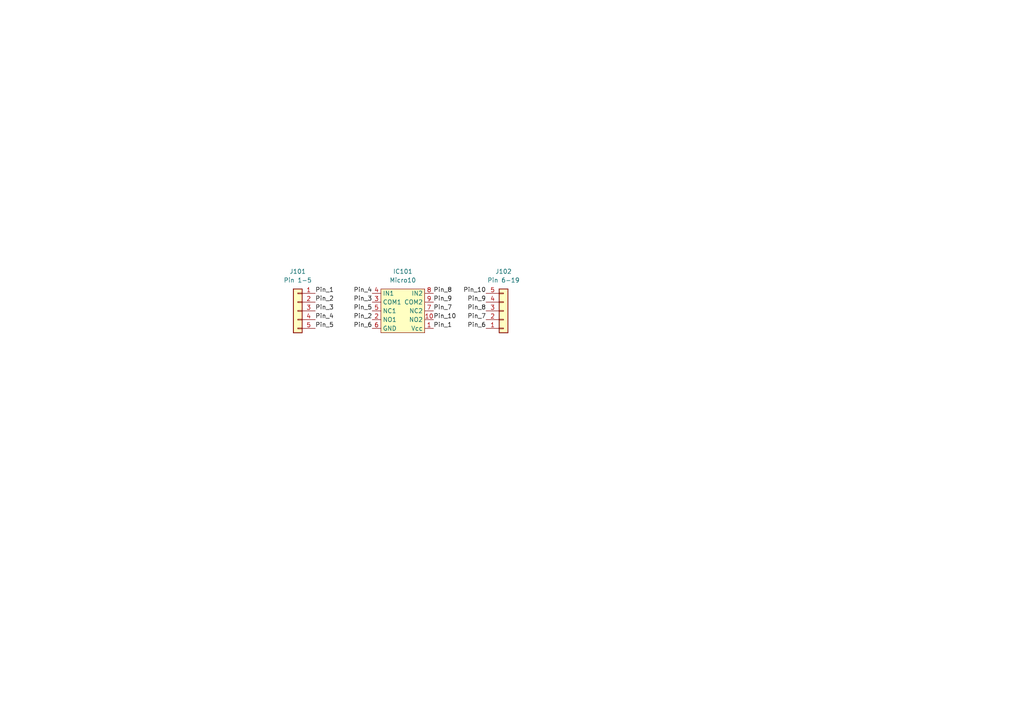
<source format=kicad_sch>
(kicad_sch (version 20211123) (generator eeschema)
  (paper "A4")
  (lib_symbols
    (symbol "Connector_Generic:Conn_01x05" (pin_names (offset 1.016) hide)
      (property "Reference" "J" (at 0 7.62 0))
      (property "Value" "Conn_01x05" (at 0 -7.62 0))
      (symbol "Conn_01x05_1_1"
        (rectangle (start -1.27 -4.953) (end 0 -5.207) (stroke (width 0.1524)))
        (rectangle (start -1.27 -2.413) (end 0 -2.667) (stroke (width 0.1524)))
        (rectangle (start -1.27 0.127) (end 0 -0.127) (stroke (width 0.1524)))
        (rectangle (start -1.27 2.667) (end 0 2.413) (stroke (width 0.1524)))
        (rectangle (start -1.27 5.207) (end 0 4.953) (stroke (width 0.1524)))
        (rectangle (start -1.27 6.35) (end 1.27 -6.35) (stroke (width 0.254)) (fill (type background)))
        (pin passive line (at -5.08 5.08 0) (length 3.81) (name "Pin_1") (number "1"))
        (pin passive line (at -5.08 2.54 0) (length 3.81) (name "Pin_2") (number "2"))
        (pin passive line (at -5.08 0 0) (length 3.81) (name "Pin_3") (number "3"))
        (pin passive line (at -5.08 -2.54 0) (length 3.81) (name "Pin_4") (number "4"))
        (pin passive line (at -5.08 -5.08 0) (length 3.81) (name "Pin_5") (number "5"))
      )
    )
    (symbol "N8FDY:IC NLAS4684MR2G"
      (property "Reference" "IC" (at 0 7.62 0))
      (property "Value" "IC NLAS4684MR2G" (at 0 -7.62 0))
      (symbol "IC NLAS4684MR2G_0_1"
        (rectangle (start 6.35 -6.35) (end -6.35 6.35) (fill (type background)))
      )
      (symbol "IC NLAS4684MR2G_1_1"
        (pin power_in line (at 8.89 -5.08 180) (length 2.54) (name "Vcc") (number "1"))
        (pin passive line (at 8.89 -2.54 180) (length 2.54) (name "NO2") (number "10"))
        (pin passive line (at -8.89 -2.54 0) (length 2.54) (name "NO1") (number "2"))
        (pin passive line (at -8.89 2.54 0) (length 2.54) (name "COM1") (number "3"))
        (pin input line (at -8.89 5.08 0) (length 2.54) (name "IN1") (number "4"))
        (pin passive line (at -8.89 0 0) (length 2.54) (name "NC1") (number "5"))
        (pin passive line (at -8.89 -5.08 0) (length 2.54) (name "GND") (number "6"))
        (pin passive line (at 8.89 0 180) (length 2.54) (name "NC2") (number "7"))
        (pin input line (at 8.89 5.08 180) (length 2.54) (name "IN2") (number "8"))
        (pin passive line (at 8.89 2.54 180) (length 2.54) (name "COM2") (number "9"))
      )
    )
  )
  (label "Pin_7" (at 125.73 90.17 0))
  (label "Pin_2" (at 107.95 92.71 180))
  (label "Pin_4" (at 91.44 92.71 0))
  (label "Pin_6" (at 140.97 95.25 180))
  (label "Pin_7" (at 140.97 92.71 180))
  (label "Pin_5" (at 91.44 95.25 0))
  (label "Pin_3" (at 107.95 87.63 180))
  (label "Pin_8" (at 125.73 85.09 0))
  (label "Pin_1" (at 125.73 95.25 0))
  (label "Pin_10" (at 125.73 92.71 0))
  (label "Pin_3" (at 91.44 90.17 0))
  (label "Pin_8" (at 140.97 90.17 180))
  (label "Pin_5" (at 107.95 90.17 180))
  (label "Pin_9" (at 140.97 87.63 180))
  (label "Pin_9" (at 125.73 87.63 0))
  (label "Pin_4" (at 107.95 85.09 180))
  (label "Pin_6" (at 107.95 95.25 180))
  (label "Pin_2" (at 91.44 87.63 0))
  (label "Pin_1" (at 91.44 85.09 0))
  (label "Pin_10" (at 140.97 85.09 180))
  (symbol (lib_id "Connector_Generic:Conn_01x05") (at 146.05 90.17 0) (mirror x) (unit 1)
    (property "Reference" "J102" (at 146.05 78.74 0))
    (property "Value" "Pin 6-19" (at 146.05 81.28 0))
    (property "Footprint" "Connector_PinHeader_2.54mm:PinHeader_1x05_P2.54mm_Vertical" (effects hide))
  )
  (symbol (lib_id "Connector_Generic:Conn_01x05") (at 86.36 90.17 0) (mirror y) (unit 1)
    (property "Reference" "J101" (at 86.36 78.74 0))
    (property "Value" "Pin 1-5" (at 86.36 81.28 0))
    (property "Footprint" "Connector_PinHeader_2.54mm:PinHeader_1x05_P2.54mm_Vertical" (effects hide))
  )
  (symbol (lib_id "N8FDY:IC NLAS4684MR2G") (at 116.84 90.17 0) (unit 1)
    (property "Reference" "IC101" (at 116.84 78.74 0))
    (property "Value" "Micro10" (at 116.84 81.28 0))
    (property "Footprint" "N8FDY:MICRO10_3X3_ONS" (effects hide))
    (property "Datasheet" "https://www.onsemi.com/pdf/datasheet/nlas4684-d.pdf" (effects hide))
    (property "Description" "Analog Switch ICs Dual SPDT 0.5ohm Sw. Low R(on) Ind. Temp" (effects hide))
    (property "Manufacturer_Name" "onsemi" (effects hide))
    (property "Manufacturer_Part_Number" "NLAS4684MR2G" (effects hide))
    (property "DIgi-Key Part Number" "NLAS4684MR2GOSCT-ND" (effects hide))
    (property "Digi-Key Price/Stock" "https://www.digikey.com/short/fn414d7b" (effects hide))
  )
)
</source>
